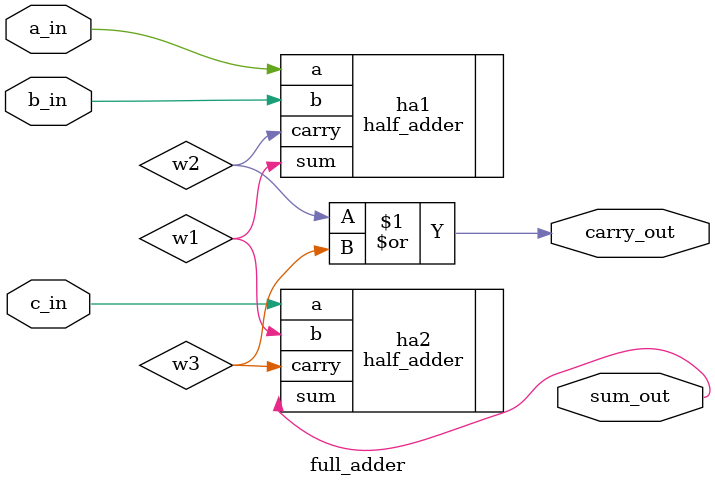
<source format=v>
/********************************************************************************************
Copyright 2019 - Maven Silicon Softech Pvt Ltd. 
 
All Rights Reserved.

This source code is an unpublished work belongs to Maven Silicon Softech Pvt Ltd.

It is not to be shared with or used by any third parties who have not enrolled for our paid training 

courses or received any written authorization from Maven Silicon.


Webpage     :      www.maven-silicon.com

Filename    :	   full_adder.v   

Description :      One bit Full adder Design

Author Name :      Susmita

Version     : 	   1.0
*********************************************************************************************/

module full_adder( input a_in,
                  b_in,
		  c_in,
		  output sum_out,
		  carry_out);

wire w1,w2,w3;

half_adder ha1(.a(a_in), .b(b_in), .sum(w1), .carry(w2));
half_adder ha2(.a(c_in), .b(w1), .sum(sum_out), .carry(w3));
or or1(carry_out, w2,w3);



endmodule


</source>
